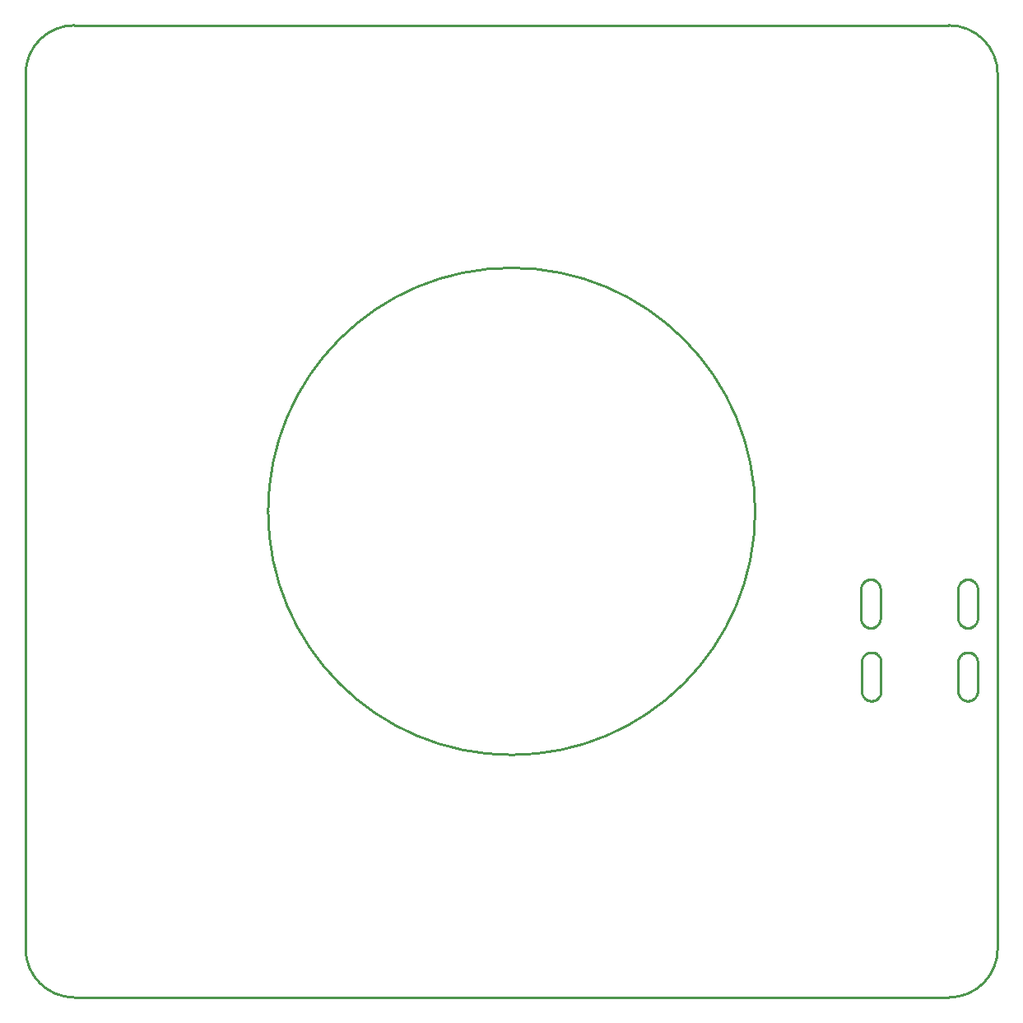
<source format=gko>
G04 Layer: BoardOutlineLayer*
G04 EasyEDA v6.5.1, 2022-08-30 01:02:35*
G04 a67cddfb3fce44daa9051d46cbbcc19f,10*
G04 Gerber Generator version 0.2*
G04 Scale: 100 percent, Rotated: No, Reflected: No *
G04 Dimensions in millimeters *
G04 leading zeros omitted , absolute positions ,4 integer and 5 decimal *
%FSLAX45Y45*%
%MOMM*%

%ADD10C,0.2540*%
D10*
X0Y499998D02*
G01*
X0Y9499998D01*
X9499998Y0D02*
G01*
X499998Y0D01*
X10000000Y9499998D02*
G01*
X10000000Y499998D01*
X499998Y10000000D02*
G01*
X9499998Y10000000D01*
G75*
G01*
X9499999Y10000000D02*
G02*
X10000000Y9499999I2J-499999D01*
G75*
G01*
X499999Y0D02*
G02*
X0Y499999I0J499999D01*
G75*
G01*
X0Y9499999D02*
G02*
X499999Y10000000I499999J2D01*
G75*
G01*
X10000000Y499999D02*
G02*
X9499999Y0I-499999J0D01*
X8707478Y3549718D02*
G01*
X8702499Y3549967D01*
X8702499Y3549967D02*
G01*
X8697511Y3549967D01*
X8697511Y3549967D02*
G01*
X8692532Y3549718D01*
X8692532Y3549718D02*
G01*
X8687572Y3549220D01*
X8687572Y3549220D02*
G01*
X8682639Y3548479D01*
X8682639Y3548479D02*
G01*
X8677752Y3547490D01*
X8677752Y3547490D02*
G01*
X8672921Y3546261D01*
X8672921Y3546261D02*
G01*
X8668156Y3544790D01*
X8668156Y3544790D02*
G01*
X8663472Y3543084D01*
X8663472Y3543084D02*
G01*
X8658877Y3541148D01*
X8658877Y3541148D02*
G01*
X8654384Y3538984D01*
X8654384Y3538984D02*
G01*
X8650005Y3536599D01*
X8650005Y3536599D02*
G01*
X8645751Y3534001D01*
X8645751Y3534001D02*
G01*
X8641631Y3531191D01*
X8641631Y3531191D02*
G01*
X8637656Y3528181D01*
X8637656Y3528181D02*
G01*
X8633835Y3524976D01*
X8633835Y3524976D02*
G01*
X8630180Y3521585D01*
X8630180Y3521585D02*
G01*
X8626701Y3518014D01*
X8626701Y3518014D02*
G01*
X8623401Y3514277D01*
X8623401Y3514277D02*
G01*
X8620292Y3510379D01*
X8620292Y3510379D02*
G01*
X8617381Y3506330D01*
X8617381Y3506330D02*
G01*
X8614676Y3502141D01*
X8614676Y3502141D02*
G01*
X8612182Y3497823D01*
X8612182Y3497823D02*
G01*
X8609909Y3493386D01*
X8609909Y3493386D02*
G01*
X8607856Y3488842D01*
X8607856Y3488842D02*
G01*
X8606035Y3484199D01*
X8606035Y3484199D02*
G01*
X8604448Y3479474D01*
X8604448Y3479474D02*
G01*
X8603096Y3474674D01*
X8603096Y3474674D02*
G01*
X8601989Y3469812D01*
X8601989Y3469812D02*
G01*
X8601123Y3464902D01*
X8601123Y3464902D02*
G01*
X8600503Y3459954D01*
X8600503Y3459954D02*
G01*
X8600130Y3454981D01*
X8600130Y3454981D02*
G01*
X8600005Y3449998D01*
X8600005Y3449998D02*
G01*
X8600005Y3149998D01*
X8600005Y3149998D02*
G01*
X8600130Y3145015D01*
X8600130Y3145015D02*
G01*
X8600503Y3140041D01*
X8600503Y3140041D02*
G01*
X8601123Y3135094D01*
X8601123Y3135094D02*
G01*
X8601989Y3130184D01*
X8601989Y3130184D02*
G01*
X8603096Y3125322D01*
X8603096Y3125322D02*
G01*
X8604448Y3120522D01*
X8604448Y3120522D02*
G01*
X8606035Y3115797D01*
X8606035Y3115797D02*
G01*
X8607856Y3111154D01*
X8607856Y3111154D02*
G01*
X8609909Y3106610D01*
X8609909Y3106610D02*
G01*
X8612182Y3102173D01*
X8612182Y3102173D02*
G01*
X8614676Y3097855D01*
X8614676Y3097855D02*
G01*
X8617381Y3093666D01*
X8617381Y3093666D02*
G01*
X8620292Y3089617D01*
X8620292Y3089617D02*
G01*
X8623401Y3085719D01*
X8623401Y3085719D02*
G01*
X8626701Y3081982D01*
X8626701Y3081982D02*
G01*
X8630180Y3078411D01*
X8630180Y3078411D02*
G01*
X8633835Y3075020D01*
X8633835Y3075020D02*
G01*
X8637656Y3071815D01*
X8637656Y3071815D02*
G01*
X8641631Y3068805D01*
X8641631Y3068805D02*
G01*
X8645751Y3065995D01*
X8645751Y3065995D02*
G01*
X8650005Y3063397D01*
X8650005Y3063397D02*
G01*
X8654384Y3061012D01*
X8654384Y3061012D02*
G01*
X8658877Y3058848D01*
X8658877Y3058848D02*
G01*
X8663472Y3056912D01*
X8663472Y3056912D02*
G01*
X8668156Y3055205D01*
X8668156Y3055205D02*
G01*
X8672921Y3053735D01*
X8672921Y3053735D02*
G01*
X8677752Y3052505D01*
X8677752Y3052505D02*
G01*
X8682639Y3051517D01*
X8682639Y3051517D02*
G01*
X8687572Y3050776D01*
X8687572Y3050776D02*
G01*
X8692532Y3050278D01*
X8692532Y3050278D02*
G01*
X8697511Y3050029D01*
X8697511Y3050029D02*
G01*
X8702499Y3050029D01*
X8702499Y3050029D02*
G01*
X8707478Y3050278D01*
X8707478Y3050278D02*
G01*
X8712438Y3050776D01*
X8712438Y3050776D02*
G01*
X8717371Y3051517D01*
X8717371Y3051517D02*
G01*
X8722258Y3052505D01*
X8722258Y3052505D02*
G01*
X8727089Y3053735D01*
X8727089Y3053735D02*
G01*
X8731854Y3055205D01*
X8731854Y3055205D02*
G01*
X8736538Y3056912D01*
X8736538Y3056912D02*
G01*
X8741133Y3058848D01*
X8741133Y3058848D02*
G01*
X8745626Y3061012D01*
X8745626Y3061012D02*
G01*
X8750005Y3063397D01*
X8750005Y3063397D02*
G01*
X8754259Y3065995D01*
X8754259Y3065995D02*
G01*
X8758379Y3068805D01*
X8758379Y3068805D02*
G01*
X8762354Y3071815D01*
X8762354Y3071815D02*
G01*
X8766175Y3075020D01*
X8766175Y3075020D02*
G01*
X8769830Y3078411D01*
X8769830Y3078411D02*
G01*
X8773309Y3081982D01*
X8773309Y3081982D02*
G01*
X8776609Y3085719D01*
X8776609Y3085719D02*
G01*
X8779718Y3089617D01*
X8779718Y3089617D02*
G01*
X8782629Y3093666D01*
X8782629Y3093666D02*
G01*
X8785334Y3097855D01*
X8785334Y3097855D02*
G01*
X8787828Y3102173D01*
X8787828Y3102173D02*
G01*
X8790101Y3106610D01*
X8790101Y3106610D02*
G01*
X8792154Y3111154D01*
X8792154Y3111154D02*
G01*
X8793975Y3115797D01*
X8793975Y3115797D02*
G01*
X8795562Y3120522D01*
X8795562Y3120522D02*
G01*
X8796914Y3125322D01*
X8796914Y3125322D02*
G01*
X8798021Y3130184D01*
X8798021Y3130184D02*
G01*
X8798887Y3135094D01*
X8798887Y3135094D02*
G01*
X8799507Y3140041D01*
X8799507Y3140041D02*
G01*
X8799880Y3145015D01*
X8799880Y3145015D02*
G01*
X8800005Y3149998D01*
X8800005Y3149998D02*
G01*
X8800005Y3449998D01*
X8800005Y3449998D02*
G01*
X8799880Y3454981D01*
X8799880Y3454981D02*
G01*
X8799507Y3459954D01*
X8799507Y3459954D02*
G01*
X8798887Y3464902D01*
X8798887Y3464902D02*
G01*
X8798021Y3469812D01*
X8798021Y3469812D02*
G01*
X8796914Y3474674D01*
X8796914Y3474674D02*
G01*
X8795562Y3479474D01*
X8795562Y3479474D02*
G01*
X8793975Y3484199D01*
X8793975Y3484199D02*
G01*
X8792154Y3488842D01*
X8792154Y3488842D02*
G01*
X8790101Y3493386D01*
X8790101Y3493386D02*
G01*
X8787828Y3497823D01*
X8787828Y3497823D02*
G01*
X8785334Y3502141D01*
X8785334Y3502141D02*
G01*
X8782629Y3506330D01*
X8782629Y3506330D02*
G01*
X8779718Y3510379D01*
X8779718Y3510379D02*
G01*
X8776609Y3514277D01*
X8776609Y3514277D02*
G01*
X8773309Y3518014D01*
X8773309Y3518014D02*
G01*
X8769830Y3521585D01*
X8769830Y3521585D02*
G01*
X8766175Y3524976D01*
X8766175Y3524976D02*
G01*
X8762354Y3528181D01*
X8762354Y3528181D02*
G01*
X8758379Y3531191D01*
X8758379Y3531191D02*
G01*
X8754259Y3534001D01*
X8754259Y3534001D02*
G01*
X8750005Y3536599D01*
X8750005Y3536599D02*
G01*
X8745626Y3538984D01*
X8745626Y3538984D02*
G01*
X8741133Y3541148D01*
X8741133Y3541148D02*
G01*
X8736538Y3543084D01*
X8736538Y3543084D02*
G01*
X8731854Y3544790D01*
X8731854Y3544790D02*
G01*
X8727089Y3546261D01*
X8727089Y3546261D02*
G01*
X8722258Y3547490D01*
X8722258Y3547490D02*
G01*
X8717371Y3548479D01*
X8717371Y3548479D02*
G01*
X8712438Y3549220D01*
X8712438Y3549220D02*
G01*
X8707478Y3549718D01*
X9700000Y3550000D02*
G01*
X9695022Y3550249D01*
X9695022Y3550249D02*
G01*
X9690033Y3550249D01*
X9690033Y3550249D02*
G01*
X9685055Y3550000D01*
X9685055Y3550000D02*
G01*
X9680094Y3549502D01*
X9680094Y3549502D02*
G01*
X9675162Y3548761D01*
X9675162Y3548761D02*
G01*
X9670275Y3547772D01*
X9670275Y3547772D02*
G01*
X9665444Y3546543D01*
X9665444Y3546543D02*
G01*
X9660679Y3545072D01*
X9660679Y3545072D02*
G01*
X9655995Y3543366D01*
X9655995Y3543366D02*
G01*
X9651400Y3541430D01*
X9651400Y3541430D02*
G01*
X9646907Y3539266D01*
X9646907Y3539266D02*
G01*
X9642528Y3536881D01*
X9642528Y3536881D02*
G01*
X9638273Y3534282D01*
X9638273Y3534282D02*
G01*
X9634153Y3531473D01*
X9634153Y3531473D02*
G01*
X9630178Y3528463D01*
X9630178Y3528463D02*
G01*
X9626358Y3525258D01*
X9626358Y3525258D02*
G01*
X9622703Y3521867D01*
X9622703Y3521867D02*
G01*
X9619223Y3518296D01*
X9619223Y3518296D02*
G01*
X9615924Y3514559D01*
X9615924Y3514559D02*
G01*
X9612815Y3510661D01*
X9612815Y3510661D02*
G01*
X9609904Y3506612D01*
X9609904Y3506612D02*
G01*
X9607199Y3502423D01*
X9607199Y3502423D02*
G01*
X9604705Y3498105D01*
X9604705Y3498105D02*
G01*
X9602431Y3493668D01*
X9602431Y3493668D02*
G01*
X9600379Y3489124D01*
X9600379Y3489124D02*
G01*
X9598558Y3484481D01*
X9598558Y3484481D02*
G01*
X9596970Y3479756D01*
X9596970Y3479756D02*
G01*
X9595619Y3474956D01*
X9595619Y3474956D02*
G01*
X9594512Y3470094D01*
X9594512Y3470094D02*
G01*
X9593646Y3465184D01*
X9593646Y3465184D02*
G01*
X9593026Y3460236D01*
X9593026Y3460236D02*
G01*
X9592652Y3455263D01*
X9592652Y3455263D02*
G01*
X9592528Y3450280D01*
X9592528Y3450280D02*
G01*
X9592528Y3150280D01*
X9592528Y3150280D02*
G01*
X9592652Y3145297D01*
X9592652Y3145297D02*
G01*
X9593026Y3140323D01*
X9593026Y3140323D02*
G01*
X9593646Y3135376D01*
X9593646Y3135376D02*
G01*
X9594512Y3130466D01*
X9594512Y3130466D02*
G01*
X9595619Y3125604D01*
X9595619Y3125604D02*
G01*
X9596970Y3120804D01*
X9596970Y3120804D02*
G01*
X9598558Y3116079D01*
X9598558Y3116079D02*
G01*
X9600379Y3111436D01*
X9600379Y3111436D02*
G01*
X9602431Y3106892D01*
X9602431Y3106892D02*
G01*
X9604705Y3102455D01*
X9604705Y3102455D02*
G01*
X9607199Y3098137D01*
X9607199Y3098137D02*
G01*
X9609904Y3093948D01*
X9609904Y3093948D02*
G01*
X9612815Y3089899D01*
X9612815Y3089899D02*
G01*
X9615924Y3086000D01*
X9615924Y3086000D02*
G01*
X9619223Y3082264D01*
X9619223Y3082264D02*
G01*
X9622703Y3078693D01*
X9622703Y3078693D02*
G01*
X9626358Y3075302D01*
X9626358Y3075302D02*
G01*
X9630178Y3072096D01*
X9630178Y3072096D02*
G01*
X9634153Y3069087D01*
X9634153Y3069087D02*
G01*
X9638273Y3066277D01*
X9638273Y3066277D02*
G01*
X9642528Y3063679D01*
X9642528Y3063679D02*
G01*
X9646907Y3061294D01*
X9646907Y3061294D02*
G01*
X9651400Y3059130D01*
X9651400Y3059130D02*
G01*
X9655995Y3057194D01*
X9655995Y3057194D02*
G01*
X9660679Y3055487D01*
X9660679Y3055487D02*
G01*
X9665444Y3054017D01*
X9665444Y3054017D02*
G01*
X9670275Y3052787D01*
X9670275Y3052787D02*
G01*
X9675162Y3051799D01*
X9675162Y3051799D02*
G01*
X9680094Y3051058D01*
X9680094Y3051058D02*
G01*
X9685055Y3050560D01*
X9685055Y3050560D02*
G01*
X9690033Y3050311D01*
X9690033Y3050311D02*
G01*
X9695022Y3050311D01*
X9695022Y3050311D02*
G01*
X9700000Y3050560D01*
X9700000Y3050560D02*
G01*
X9704961Y3051058D01*
X9704961Y3051058D02*
G01*
X9709894Y3051799D01*
X9709894Y3051799D02*
G01*
X9714781Y3052787D01*
X9714781Y3052787D02*
G01*
X9719612Y3054017D01*
X9719612Y3054017D02*
G01*
X9724377Y3055487D01*
X9724377Y3055487D02*
G01*
X9729061Y3057194D01*
X9729061Y3057194D02*
G01*
X9733655Y3059130D01*
X9733655Y3059130D02*
G01*
X9738149Y3061294D01*
X9738149Y3061294D02*
G01*
X9742528Y3063679D01*
X9742528Y3063679D02*
G01*
X9746782Y3066277D01*
X9746782Y3066277D02*
G01*
X9750902Y3069087D01*
X9750902Y3069087D02*
G01*
X9754877Y3072096D01*
X9754877Y3072096D02*
G01*
X9758697Y3075302D01*
X9758697Y3075302D02*
G01*
X9762352Y3078693D01*
X9762352Y3078693D02*
G01*
X9765832Y3082264D01*
X9765832Y3082264D02*
G01*
X9769132Y3086000D01*
X9769132Y3086000D02*
G01*
X9772241Y3089899D01*
X9772241Y3089899D02*
G01*
X9775151Y3093948D01*
X9775151Y3093948D02*
G01*
X9777856Y3098137D01*
X9777856Y3098137D02*
G01*
X9780351Y3102455D01*
X9780351Y3102455D02*
G01*
X9782624Y3106892D01*
X9782624Y3106892D02*
G01*
X9784676Y3111436D01*
X9784676Y3111436D02*
G01*
X9786498Y3116079D01*
X9786498Y3116079D02*
G01*
X9788085Y3120804D01*
X9788085Y3120804D02*
G01*
X9789436Y3125604D01*
X9789436Y3125604D02*
G01*
X9790544Y3130466D01*
X9790544Y3130466D02*
G01*
X9791410Y3135376D01*
X9791410Y3135376D02*
G01*
X9792030Y3140323D01*
X9792030Y3140323D02*
G01*
X9792403Y3145297D01*
X9792403Y3145297D02*
G01*
X9792528Y3150280D01*
X9792528Y3150280D02*
G01*
X9792528Y3450280D01*
X9792528Y3450280D02*
G01*
X9792403Y3455263D01*
X9792403Y3455263D02*
G01*
X9792030Y3460236D01*
X9792030Y3460236D02*
G01*
X9791410Y3465184D01*
X9791410Y3465184D02*
G01*
X9790544Y3470094D01*
X9790544Y3470094D02*
G01*
X9789436Y3474956D01*
X9789436Y3474956D02*
G01*
X9788085Y3479756D01*
X9788085Y3479756D02*
G01*
X9786498Y3484481D01*
X9786498Y3484481D02*
G01*
X9784676Y3489124D01*
X9784676Y3489124D02*
G01*
X9782624Y3493668D01*
X9782624Y3493668D02*
G01*
X9780351Y3498105D01*
X9780351Y3498105D02*
G01*
X9777856Y3502423D01*
X9777856Y3502423D02*
G01*
X9775151Y3506612D01*
X9775151Y3506612D02*
G01*
X9772241Y3510661D01*
X9772241Y3510661D02*
G01*
X9769132Y3514559D01*
X9769132Y3514559D02*
G01*
X9765832Y3518296D01*
X9765832Y3518296D02*
G01*
X9762352Y3521867D01*
X9762352Y3521867D02*
G01*
X9758697Y3525258D01*
X9758697Y3525258D02*
G01*
X9754877Y3528463D01*
X9754877Y3528463D02*
G01*
X9750902Y3531473D01*
X9750902Y3531473D02*
G01*
X9746782Y3534282D01*
X9746782Y3534282D02*
G01*
X9742528Y3536881D01*
X9742528Y3536881D02*
G01*
X9738149Y3539266D01*
X9738149Y3539266D02*
G01*
X9733655Y3541430D01*
X9733655Y3541430D02*
G01*
X9729061Y3543366D01*
X9729061Y3543366D02*
G01*
X9724377Y3545072D01*
X9724377Y3545072D02*
G01*
X9719612Y3546543D01*
X9719612Y3546543D02*
G01*
X9714781Y3547772D01*
X9714781Y3547772D02*
G01*
X9709894Y3548761D01*
X9709894Y3548761D02*
G01*
X9704961Y3549502D01*
X9704961Y3549502D02*
G01*
X9700000Y3550000D01*
X9700000Y4299999D02*
G01*
X9695022Y4300247D01*
X9695022Y4300247D02*
G01*
X9690033Y4300247D01*
X9690033Y4300247D02*
G01*
X9685055Y4299999D01*
X9685055Y4299999D02*
G01*
X9680094Y4299501D01*
X9680094Y4299501D02*
G01*
X9675162Y4298759D01*
X9675162Y4298759D02*
G01*
X9670275Y4297771D01*
X9670275Y4297771D02*
G01*
X9665444Y4296542D01*
X9665444Y4296542D02*
G01*
X9660679Y4295071D01*
X9660679Y4295071D02*
G01*
X9655995Y4293364D01*
X9655995Y4293364D02*
G01*
X9651400Y4291429D01*
X9651400Y4291429D02*
G01*
X9646907Y4289264D01*
X9646907Y4289264D02*
G01*
X9642528Y4286879D01*
X9642528Y4286879D02*
G01*
X9638273Y4284281D01*
X9638273Y4284281D02*
G01*
X9634153Y4281472D01*
X9634153Y4281472D02*
G01*
X9630178Y4278462D01*
X9630178Y4278462D02*
G01*
X9626358Y4275256D01*
X9626358Y4275256D02*
G01*
X9622703Y4271865D01*
X9622703Y4271865D02*
G01*
X9619223Y4268294D01*
X9619223Y4268294D02*
G01*
X9615924Y4264558D01*
X9615924Y4264558D02*
G01*
X9612815Y4260659D01*
X9612815Y4260659D02*
G01*
X9609904Y4256610D01*
X9609904Y4256610D02*
G01*
X9607199Y4252422D01*
X9607199Y4252422D02*
G01*
X9604705Y4248104D01*
X9604705Y4248104D02*
G01*
X9602431Y4243666D01*
X9602431Y4243666D02*
G01*
X9600379Y4239122D01*
X9600379Y4239122D02*
G01*
X9598558Y4234479D01*
X9598558Y4234479D02*
G01*
X9596970Y4229755D01*
X9596970Y4229755D02*
G01*
X9595619Y4224954D01*
X9595619Y4224954D02*
G01*
X9594512Y4220093D01*
X9594512Y4220093D02*
G01*
X9593646Y4215183D01*
X9593646Y4215183D02*
G01*
X9593026Y4210235D01*
X9593026Y4210235D02*
G01*
X9592652Y4205262D01*
X9592652Y4205262D02*
G01*
X9592528Y4200278D01*
X9592528Y4200278D02*
G01*
X9592528Y3900279D01*
X9592528Y3900279D02*
G01*
X9592652Y3895295D01*
X9592652Y3895295D02*
G01*
X9593026Y3890322D01*
X9593026Y3890322D02*
G01*
X9593646Y3885374D01*
X9593646Y3885374D02*
G01*
X9594512Y3880464D01*
X9594512Y3880464D02*
G01*
X9595619Y3875603D01*
X9595619Y3875603D02*
G01*
X9596970Y3870802D01*
X9596970Y3870802D02*
G01*
X9598558Y3866078D01*
X9598558Y3866078D02*
G01*
X9600379Y3861435D01*
X9600379Y3861435D02*
G01*
X9602431Y3856890D01*
X9602431Y3856890D02*
G01*
X9604705Y3852453D01*
X9604705Y3852453D02*
G01*
X9607199Y3848135D01*
X9607199Y3848135D02*
G01*
X9609904Y3843947D01*
X9609904Y3843947D02*
G01*
X9612815Y3839898D01*
X9612815Y3839898D02*
G01*
X9615924Y3835999D01*
X9615924Y3835999D02*
G01*
X9619223Y3832263D01*
X9619223Y3832263D02*
G01*
X9622703Y3828691D01*
X9622703Y3828691D02*
G01*
X9626358Y3825300D01*
X9626358Y3825300D02*
G01*
X9630178Y3822095D01*
X9630178Y3822095D02*
G01*
X9634153Y3819085D01*
X9634153Y3819085D02*
G01*
X9638273Y3816276D01*
X9638273Y3816276D02*
G01*
X9642528Y3813677D01*
X9642528Y3813677D02*
G01*
X9646907Y3811292D01*
X9646907Y3811292D02*
G01*
X9651400Y3809128D01*
X9651400Y3809128D02*
G01*
X9655995Y3807193D01*
X9655995Y3807193D02*
G01*
X9660679Y3805486D01*
X9660679Y3805486D02*
G01*
X9665444Y3804015D01*
X9665444Y3804015D02*
G01*
X9670275Y3802786D01*
X9670275Y3802786D02*
G01*
X9675162Y3801798D01*
X9675162Y3801798D02*
G01*
X9680094Y3801056D01*
X9680094Y3801056D02*
G01*
X9685055Y3800558D01*
X9685055Y3800558D02*
G01*
X9690033Y3800309D01*
X9690033Y3800309D02*
G01*
X9695022Y3800309D01*
X9695022Y3800309D02*
G01*
X9700000Y3800558D01*
X9700000Y3800558D02*
G01*
X9704961Y3801056D01*
X9704961Y3801056D02*
G01*
X9709894Y3801798D01*
X9709894Y3801798D02*
G01*
X9714781Y3802786D01*
X9714781Y3802786D02*
G01*
X9719612Y3804015D01*
X9719612Y3804015D02*
G01*
X9724377Y3805486D01*
X9724377Y3805486D02*
G01*
X9729061Y3807193D01*
X9729061Y3807193D02*
G01*
X9733655Y3809128D01*
X9733655Y3809128D02*
G01*
X9738149Y3811292D01*
X9738149Y3811292D02*
G01*
X9742528Y3813677D01*
X9742528Y3813677D02*
G01*
X9746782Y3816276D01*
X9746782Y3816276D02*
G01*
X9750902Y3819085D01*
X9750902Y3819085D02*
G01*
X9754877Y3822095D01*
X9754877Y3822095D02*
G01*
X9758697Y3825300D01*
X9758697Y3825300D02*
G01*
X9762352Y3828691D01*
X9762352Y3828691D02*
G01*
X9765832Y3832263D01*
X9765832Y3832263D02*
G01*
X9769132Y3835999D01*
X9769132Y3835999D02*
G01*
X9772241Y3839898D01*
X9772241Y3839898D02*
G01*
X9775151Y3843947D01*
X9775151Y3843947D02*
G01*
X9777856Y3848135D01*
X9777856Y3848135D02*
G01*
X9780351Y3852453D01*
X9780351Y3852453D02*
G01*
X9782624Y3856890D01*
X9782624Y3856890D02*
G01*
X9784676Y3861435D01*
X9784676Y3861435D02*
G01*
X9786498Y3866078D01*
X9786498Y3866078D02*
G01*
X9788085Y3870802D01*
X9788085Y3870802D02*
G01*
X9789436Y3875603D01*
X9789436Y3875603D02*
G01*
X9790544Y3880464D01*
X9790544Y3880464D02*
G01*
X9791410Y3885374D01*
X9791410Y3885374D02*
G01*
X9792030Y3890322D01*
X9792030Y3890322D02*
G01*
X9792403Y3895295D01*
X9792403Y3895295D02*
G01*
X9792528Y3900279D01*
X9792528Y3900279D02*
G01*
X9792528Y4200278D01*
X9792528Y4200278D02*
G01*
X9792403Y4205262D01*
X9792403Y4205262D02*
G01*
X9792030Y4210235D01*
X9792030Y4210235D02*
G01*
X9791410Y4215183D01*
X9791410Y4215183D02*
G01*
X9790544Y4220093D01*
X9790544Y4220093D02*
G01*
X9789436Y4224954D01*
X9789436Y4224954D02*
G01*
X9788085Y4229755D01*
X9788085Y4229755D02*
G01*
X9786498Y4234479D01*
X9786498Y4234479D02*
G01*
X9784676Y4239122D01*
X9784676Y4239122D02*
G01*
X9782624Y4243666D01*
X9782624Y4243666D02*
G01*
X9780351Y4248104D01*
X9780351Y4248104D02*
G01*
X9777856Y4252422D01*
X9777856Y4252422D02*
G01*
X9775151Y4256610D01*
X9775151Y4256610D02*
G01*
X9772241Y4260659D01*
X9772241Y4260659D02*
G01*
X9769132Y4264558D01*
X9769132Y4264558D02*
G01*
X9765832Y4268294D01*
X9765832Y4268294D02*
G01*
X9762352Y4271865D01*
X9762352Y4271865D02*
G01*
X9758697Y4275256D01*
X9758697Y4275256D02*
G01*
X9754877Y4278462D01*
X9754877Y4278462D02*
G01*
X9750902Y4281472D01*
X9750902Y4281472D02*
G01*
X9746782Y4284281D01*
X9746782Y4284281D02*
G01*
X9742528Y4286879D01*
X9742528Y4286879D02*
G01*
X9738149Y4289264D01*
X9738149Y4289264D02*
G01*
X9733655Y4291429D01*
X9733655Y4291429D02*
G01*
X9729061Y4293364D01*
X9729061Y4293364D02*
G01*
X9724377Y4295071D01*
X9724377Y4295071D02*
G01*
X9719612Y4296542D01*
X9719612Y4296542D02*
G01*
X9714781Y4297771D01*
X9714781Y4297771D02*
G01*
X9709894Y4298759D01*
X9709894Y4298759D02*
G01*
X9704961Y4299501D01*
X9704961Y4299501D02*
G01*
X9700000Y4299999D01*
X8700000Y4299999D02*
G01*
X8695021Y4300247D01*
X8695021Y4300247D02*
G01*
X8690033Y4300247D01*
X8690033Y4300247D02*
G01*
X8685055Y4299999D01*
X8685055Y4299999D02*
G01*
X8680094Y4299501D01*
X8680094Y4299501D02*
G01*
X8675161Y4298759D01*
X8675161Y4298759D02*
G01*
X8670274Y4297771D01*
X8670274Y4297771D02*
G01*
X8665443Y4296542D01*
X8665443Y4296542D02*
G01*
X8660678Y4295071D01*
X8660678Y4295071D02*
G01*
X8655994Y4293364D01*
X8655994Y4293364D02*
G01*
X8651400Y4291429D01*
X8651400Y4291429D02*
G01*
X8646906Y4289264D01*
X8646906Y4289264D02*
G01*
X8642527Y4286879D01*
X8642527Y4286879D02*
G01*
X8638273Y4284281D01*
X8638273Y4284281D02*
G01*
X8634153Y4281472D01*
X8634153Y4281472D02*
G01*
X8630178Y4278462D01*
X8630178Y4278462D02*
G01*
X8626358Y4275256D01*
X8626358Y4275256D02*
G01*
X8622703Y4271865D01*
X8622703Y4271865D02*
G01*
X8619223Y4268294D01*
X8619223Y4268294D02*
G01*
X8615923Y4264558D01*
X8615923Y4264558D02*
G01*
X8612814Y4260659D01*
X8612814Y4260659D02*
G01*
X8609904Y4256610D01*
X8609904Y4256610D02*
G01*
X8607198Y4252422D01*
X8607198Y4252422D02*
G01*
X8604704Y4248104D01*
X8604704Y4248104D02*
G01*
X8602431Y4243666D01*
X8602431Y4243666D02*
G01*
X8600379Y4239122D01*
X8600379Y4239122D02*
G01*
X8598557Y4234479D01*
X8598557Y4234479D02*
G01*
X8596970Y4229755D01*
X8596970Y4229755D02*
G01*
X8595619Y4224954D01*
X8595619Y4224954D02*
G01*
X8594511Y4220093D01*
X8594511Y4220093D02*
G01*
X8593645Y4215183D01*
X8593645Y4215183D02*
G01*
X8593025Y4210235D01*
X8593025Y4210235D02*
G01*
X8592652Y4205262D01*
X8592652Y4205262D02*
G01*
X8592527Y4200278D01*
X8592527Y4200278D02*
G01*
X8592527Y3900279D01*
X8592527Y3900279D02*
G01*
X8592652Y3895295D01*
X8592652Y3895295D02*
G01*
X8593025Y3890322D01*
X8593025Y3890322D02*
G01*
X8593645Y3885374D01*
X8593645Y3885374D02*
G01*
X8594511Y3880464D01*
X8594511Y3880464D02*
G01*
X8595619Y3875603D01*
X8595619Y3875603D02*
G01*
X8596970Y3870802D01*
X8596970Y3870802D02*
G01*
X8598557Y3866078D01*
X8598557Y3866078D02*
G01*
X8600379Y3861435D01*
X8600379Y3861435D02*
G01*
X8602431Y3856890D01*
X8602431Y3856890D02*
G01*
X8604704Y3852453D01*
X8604704Y3852453D02*
G01*
X8607198Y3848135D01*
X8607198Y3848135D02*
G01*
X8609904Y3843947D01*
X8609904Y3843947D02*
G01*
X8612814Y3839898D01*
X8612814Y3839898D02*
G01*
X8615923Y3835999D01*
X8615923Y3835999D02*
G01*
X8619223Y3832263D01*
X8619223Y3832263D02*
G01*
X8622703Y3828691D01*
X8622703Y3828691D02*
G01*
X8626358Y3825300D01*
X8626358Y3825300D02*
G01*
X8630178Y3822095D01*
X8630178Y3822095D02*
G01*
X8634153Y3819085D01*
X8634153Y3819085D02*
G01*
X8638273Y3816276D01*
X8638273Y3816276D02*
G01*
X8642527Y3813677D01*
X8642527Y3813677D02*
G01*
X8646906Y3811292D01*
X8646906Y3811292D02*
G01*
X8651400Y3809128D01*
X8651400Y3809128D02*
G01*
X8655994Y3807193D01*
X8655994Y3807193D02*
G01*
X8660678Y3805486D01*
X8660678Y3805486D02*
G01*
X8665443Y3804015D01*
X8665443Y3804015D02*
G01*
X8670274Y3802786D01*
X8670274Y3802786D02*
G01*
X8675161Y3801798D01*
X8675161Y3801798D02*
G01*
X8680094Y3801056D01*
X8680094Y3801056D02*
G01*
X8685055Y3800558D01*
X8685055Y3800558D02*
G01*
X8690033Y3800309D01*
X8690033Y3800309D02*
G01*
X8695021Y3800309D01*
X8695021Y3800309D02*
G01*
X8700000Y3800558D01*
X8700000Y3800558D02*
G01*
X8704961Y3801056D01*
X8704961Y3801056D02*
G01*
X8709893Y3801798D01*
X8709893Y3801798D02*
G01*
X8714780Y3802786D01*
X8714780Y3802786D02*
G01*
X8719611Y3804015D01*
X8719611Y3804015D02*
G01*
X8724376Y3805486D01*
X8724376Y3805486D02*
G01*
X8729060Y3807193D01*
X8729060Y3807193D02*
G01*
X8733655Y3809128D01*
X8733655Y3809128D02*
G01*
X8738148Y3811292D01*
X8738148Y3811292D02*
G01*
X8742527Y3813677D01*
X8742527Y3813677D02*
G01*
X8746782Y3816276D01*
X8746782Y3816276D02*
G01*
X8750901Y3819085D01*
X8750901Y3819085D02*
G01*
X8754877Y3822095D01*
X8754877Y3822095D02*
G01*
X8758697Y3825300D01*
X8758697Y3825300D02*
G01*
X8762352Y3828691D01*
X8762352Y3828691D02*
G01*
X8765832Y3832263D01*
X8765832Y3832263D02*
G01*
X8769131Y3835999D01*
X8769131Y3835999D02*
G01*
X8772240Y3839898D01*
X8772240Y3839898D02*
G01*
X8775151Y3843947D01*
X8775151Y3843947D02*
G01*
X8777856Y3848135D01*
X8777856Y3848135D02*
G01*
X8780350Y3852453D01*
X8780350Y3852453D02*
G01*
X8782624Y3856890D01*
X8782624Y3856890D02*
G01*
X8784676Y3861435D01*
X8784676Y3861435D02*
G01*
X8786497Y3866078D01*
X8786497Y3866078D02*
G01*
X8788085Y3870802D01*
X8788085Y3870802D02*
G01*
X8789436Y3875603D01*
X8789436Y3875603D02*
G01*
X8790543Y3880464D01*
X8790543Y3880464D02*
G01*
X8791409Y3885374D01*
X8791409Y3885374D02*
G01*
X8792029Y3890322D01*
X8792029Y3890322D02*
G01*
X8792403Y3895295D01*
X8792403Y3895295D02*
G01*
X8792527Y3900279D01*
X8792527Y3900279D02*
G01*
X8792527Y4200278D01*
X8792527Y4200278D02*
G01*
X8792403Y4205262D01*
X8792403Y4205262D02*
G01*
X8792029Y4210235D01*
X8792029Y4210235D02*
G01*
X8791409Y4215183D01*
X8791409Y4215183D02*
G01*
X8790543Y4220093D01*
X8790543Y4220093D02*
G01*
X8789436Y4224954D01*
X8789436Y4224954D02*
G01*
X8788085Y4229755D01*
X8788085Y4229755D02*
G01*
X8786497Y4234479D01*
X8786497Y4234479D02*
G01*
X8784676Y4239122D01*
X8784676Y4239122D02*
G01*
X8782624Y4243666D01*
X8782624Y4243666D02*
G01*
X8780350Y4248104D01*
X8780350Y4248104D02*
G01*
X8777856Y4252422D01*
X8777856Y4252422D02*
G01*
X8775151Y4256610D01*
X8775151Y4256610D02*
G01*
X8772240Y4260659D01*
X8772240Y4260659D02*
G01*
X8769131Y4264558D01*
X8769131Y4264558D02*
G01*
X8765832Y4268294D01*
X8765832Y4268294D02*
G01*
X8762352Y4271865D01*
X8762352Y4271865D02*
G01*
X8758697Y4275256D01*
X8758697Y4275256D02*
G01*
X8754877Y4278462D01*
X8754877Y4278462D02*
G01*
X8750901Y4281472D01*
X8750901Y4281472D02*
G01*
X8746782Y4284281D01*
X8746782Y4284281D02*
G01*
X8742527Y4286879D01*
X8742527Y4286879D02*
G01*
X8738148Y4289264D01*
X8738148Y4289264D02*
G01*
X8733655Y4291429D01*
X8733655Y4291429D02*
G01*
X8729060Y4293364D01*
X8729060Y4293364D02*
G01*
X8724376Y4295071D01*
X8724376Y4295071D02*
G01*
X8719611Y4296542D01*
X8719611Y4296542D02*
G01*
X8714780Y4297771D01*
X8714780Y4297771D02*
G01*
X8709893Y4298759D01*
X8709893Y4298759D02*
G01*
X8704961Y4299501D01*
X8704961Y4299501D02*
G01*
X8700000Y4299999D01*
G75*
G01*
X2494999Y5000000D02*
G02*
X7504999Y5000000I2505000J0D01*
G75*
G01*
X7504999Y5000000D02*
G02*
X2494999Y5000000I-2505000J0D01*
X2494998Y5000000D02*
G01*
X2494998Y5000000D01*

%LPD*%
M02*

</source>
